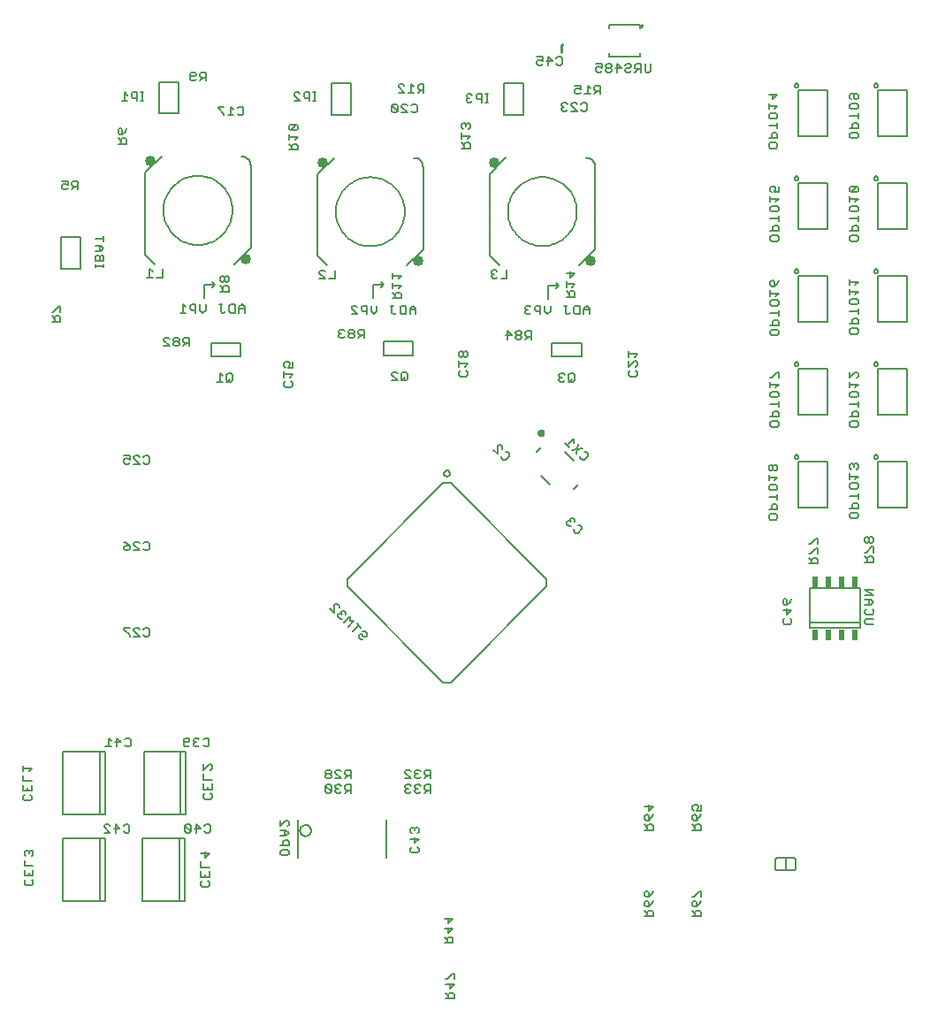
<source format=gbo>
G75*
G70*
%OFA0B0*%
%FSLAX24Y24*%
%IPPOS*%
%LPD*%
%AMOC8*
5,1,8,0,0,1.08239X$1,22.5*
%
%ADD10C,0.0080*%
%ADD11C,0.0100*%
%ADD12C,0.0401*%
%ADD13C,0.0050*%
%ADD14C,0.0060*%
%ADD15R,0.0193X0.0433*%
D10*
X008258Y007605D02*
X008258Y007712D01*
X008312Y007765D01*
X008258Y007920D02*
X008258Y008133D01*
X008258Y008288D02*
X008258Y008502D01*
X008312Y008656D02*
X008258Y008710D01*
X008258Y008816D01*
X008312Y008870D01*
X008365Y008870D01*
X008419Y008816D01*
X008419Y008763D01*
X008419Y008816D02*
X008472Y008870D01*
X008525Y008870D01*
X008579Y008816D01*
X008579Y008710D01*
X008525Y008656D01*
X008579Y008288D02*
X008258Y008288D01*
X008419Y008026D02*
X008419Y007920D01*
X008579Y007920D02*
X008258Y007920D01*
X008525Y007765D02*
X008579Y007712D01*
X008579Y007605D01*
X008525Y007551D01*
X008312Y007551D01*
X008258Y007605D01*
X008579Y007920D02*
X008579Y008133D01*
X008475Y010751D02*
X008262Y010751D01*
X008208Y010805D01*
X008208Y010912D01*
X008262Y010965D01*
X008208Y011120D02*
X008208Y011333D01*
X008208Y011488D02*
X008208Y011702D01*
X008208Y011856D02*
X008208Y012070D01*
X008208Y011963D02*
X008529Y011963D01*
X008422Y011856D01*
X008529Y011488D02*
X008208Y011488D01*
X008369Y011226D02*
X008369Y011120D01*
X008529Y011120D02*
X008208Y011120D01*
X008475Y010965D02*
X008529Y010912D01*
X008529Y010805D01*
X008475Y010751D01*
X008529Y011120D02*
X008529Y011333D01*
X011261Y009804D02*
X011315Y009858D01*
X011421Y009858D01*
X011475Y009804D01*
X011629Y009697D02*
X011843Y009697D01*
X011683Y009858D01*
X011683Y009537D01*
X011475Y009537D02*
X011261Y009751D01*
X011261Y009804D01*
X011261Y009537D02*
X011475Y009537D01*
X011998Y009591D02*
X012051Y009537D01*
X012158Y009537D01*
X012211Y009591D01*
X012211Y009804D01*
X012158Y009858D01*
X012051Y009858D01*
X011998Y009804D01*
X014311Y009804D02*
X014525Y009591D01*
X014471Y009537D01*
X014365Y009537D01*
X014311Y009591D01*
X014311Y009804D01*
X014365Y009858D01*
X014471Y009858D01*
X014525Y009804D01*
X014525Y009591D01*
X014679Y009697D02*
X014893Y009697D01*
X014733Y009858D01*
X014733Y009537D01*
X015048Y009591D02*
X015101Y009537D01*
X015208Y009537D01*
X015261Y009591D01*
X015261Y009804D01*
X015208Y009858D01*
X015101Y009858D01*
X015048Y009804D01*
X015069Y008820D02*
X015069Y008606D01*
X015229Y008766D01*
X014908Y008766D01*
X014908Y008452D02*
X014908Y008238D01*
X015229Y008238D01*
X015229Y008083D02*
X015229Y007870D01*
X014908Y007870D01*
X014908Y008083D01*
X015069Y007976D02*
X015069Y007870D01*
X015175Y007715D02*
X015229Y007662D01*
X015229Y007555D01*
X015175Y007501D01*
X014962Y007501D01*
X014908Y007555D01*
X014908Y007662D01*
X014962Y007715D01*
X017898Y008735D02*
X017898Y008841D01*
X017952Y008895D01*
X018165Y008895D01*
X018219Y008841D01*
X018219Y008735D01*
X018165Y008681D01*
X017952Y008681D01*
X017898Y008735D01*
X017898Y009050D02*
X018219Y009050D01*
X018219Y009210D01*
X018165Y009263D01*
X018058Y009263D01*
X018005Y009210D01*
X018005Y009050D01*
X018058Y009418D02*
X018058Y009631D01*
X018112Y009631D02*
X017898Y009631D01*
X017898Y009786D02*
X018112Y010000D01*
X018165Y010000D01*
X018219Y009946D01*
X018219Y009840D01*
X018165Y009786D01*
X018112Y009631D02*
X018219Y009525D01*
X018112Y009418D01*
X017898Y009418D01*
X017898Y009786D02*
X017898Y010000D01*
X019611Y011091D02*
X019665Y011037D01*
X019771Y011037D01*
X019825Y011091D01*
X019611Y011304D01*
X019611Y011091D01*
X019611Y011304D02*
X019665Y011358D01*
X019771Y011358D01*
X019825Y011304D01*
X019825Y011091D01*
X019979Y011091D02*
X020033Y011037D01*
X020140Y011037D01*
X020193Y011091D01*
X020086Y011197D02*
X020033Y011197D01*
X019979Y011144D01*
X019979Y011091D01*
X020033Y011197D02*
X019979Y011251D01*
X019979Y011304D01*
X020033Y011358D01*
X020140Y011358D01*
X020193Y011304D01*
X020348Y011304D02*
X020348Y011197D01*
X020401Y011144D01*
X020561Y011144D01*
X020455Y011144D02*
X020348Y011037D01*
X020561Y011037D02*
X020561Y011358D01*
X020401Y011358D01*
X020348Y011304D01*
X020348Y011587D02*
X020455Y011694D01*
X020401Y011694D02*
X020561Y011694D01*
X020561Y011587D02*
X020561Y011908D01*
X020401Y011908D01*
X020348Y011854D01*
X020348Y011747D01*
X020401Y011694D01*
X020193Y011587D02*
X019979Y011801D01*
X019979Y011854D01*
X020033Y011908D01*
X020140Y011908D01*
X020193Y011854D01*
X020193Y011587D02*
X019979Y011587D01*
X019825Y011641D02*
X019825Y011694D01*
X019771Y011747D01*
X019665Y011747D01*
X019611Y011694D01*
X019611Y011641D01*
X019665Y011587D01*
X019771Y011587D01*
X019825Y011641D01*
X019771Y011747D02*
X019825Y011801D01*
X019825Y011854D01*
X019771Y011908D01*
X019665Y011908D01*
X019611Y011854D01*
X019611Y011801D01*
X019665Y011747D01*
X022611Y011801D02*
X022611Y011854D01*
X022665Y011908D01*
X022771Y011908D01*
X022825Y011854D01*
X022979Y011854D02*
X022979Y011801D01*
X023033Y011747D01*
X022979Y011694D01*
X022979Y011641D01*
X023033Y011587D01*
X023140Y011587D01*
X023193Y011641D01*
X023086Y011747D02*
X023033Y011747D01*
X022979Y011854D02*
X023033Y011908D01*
X023140Y011908D01*
X023193Y011854D01*
X023348Y011854D02*
X023348Y011747D01*
X023401Y011694D01*
X023561Y011694D01*
X023455Y011694D02*
X023348Y011587D01*
X023561Y011587D02*
X023561Y011908D01*
X023401Y011908D01*
X023348Y011854D01*
X022825Y011587D02*
X022611Y011801D01*
X022611Y011587D02*
X022825Y011587D01*
X022771Y011358D02*
X022665Y011358D01*
X022611Y011304D01*
X022611Y011251D01*
X022665Y011197D01*
X022611Y011144D01*
X022611Y011091D01*
X022665Y011037D01*
X022771Y011037D01*
X022825Y011091D01*
X022718Y011197D02*
X022665Y011197D01*
X022825Y011304D02*
X022771Y011358D01*
X022979Y011304D02*
X022979Y011251D01*
X023033Y011197D01*
X022979Y011144D01*
X022979Y011091D01*
X023033Y011037D01*
X023140Y011037D01*
X023193Y011091D01*
X023086Y011197D02*
X023033Y011197D01*
X022979Y011304D02*
X023033Y011358D01*
X023140Y011358D01*
X023193Y011304D01*
X023348Y011304D02*
X023348Y011197D01*
X023401Y011144D01*
X023561Y011144D01*
X023455Y011144D02*
X023348Y011037D01*
X023561Y011037D02*
X023561Y011358D01*
X023401Y011358D01*
X023348Y011304D01*
X023073Y009732D02*
X023019Y009732D01*
X022966Y009678D01*
X022912Y009732D01*
X022859Y009732D01*
X022806Y009678D01*
X022806Y009572D01*
X022859Y009518D01*
X022966Y009625D02*
X022966Y009678D01*
X023073Y009732D02*
X023126Y009678D01*
X023126Y009572D01*
X023073Y009518D01*
X022966Y009364D02*
X022966Y009150D01*
X023126Y009310D01*
X022806Y009310D01*
X022859Y008995D02*
X022806Y008942D01*
X022806Y008835D01*
X022859Y008782D01*
X023073Y008782D01*
X023126Y008835D01*
X023126Y008942D01*
X023073Y008995D01*
X024086Y006284D02*
X024407Y006284D01*
X024246Y006124D01*
X024246Y006337D01*
X024246Y005969D02*
X024246Y005756D01*
X024407Y005916D01*
X024086Y005916D01*
X024086Y005601D02*
X024193Y005494D01*
X024193Y005547D02*
X024193Y005387D01*
X024086Y005387D02*
X024407Y005387D01*
X024407Y005547D01*
X024353Y005601D01*
X024246Y005601D01*
X024193Y005547D01*
X024403Y004237D02*
X024190Y004024D01*
X024136Y004024D01*
X024136Y003816D02*
X024457Y003816D01*
X024296Y003656D01*
X024296Y003869D01*
X024457Y004024D02*
X024457Y004237D01*
X024403Y004237D01*
X024403Y003501D02*
X024296Y003501D01*
X024243Y003447D01*
X024243Y003287D01*
X024136Y003287D02*
X024457Y003287D01*
X024457Y003447D01*
X024403Y003501D01*
X024243Y003394D02*
X024136Y003501D01*
X031636Y006387D02*
X031957Y006387D01*
X031957Y006547D01*
X031903Y006601D01*
X031796Y006601D01*
X031743Y006547D01*
X031743Y006387D01*
X031743Y006494D02*
X031636Y006601D01*
X031690Y006756D02*
X031636Y006809D01*
X031636Y006916D01*
X031690Y006969D01*
X031743Y006969D01*
X031796Y006916D01*
X031796Y006756D01*
X031690Y006756D01*
X031796Y006756D02*
X031903Y006862D01*
X031957Y006969D01*
X031796Y007124D02*
X031796Y007284D01*
X031743Y007337D01*
X031690Y007337D01*
X031636Y007284D01*
X031636Y007177D01*
X031690Y007124D01*
X031796Y007124D01*
X031903Y007231D01*
X031957Y007337D01*
X033436Y007124D02*
X033490Y007124D01*
X033703Y007337D01*
X033757Y007337D01*
X033757Y007124D01*
X033757Y006969D02*
X033703Y006862D01*
X033596Y006756D01*
X033596Y006916D01*
X033543Y006969D01*
X033490Y006969D01*
X033436Y006916D01*
X033436Y006809D01*
X033490Y006756D01*
X033596Y006756D01*
X033596Y006601D02*
X033543Y006547D01*
X033543Y006387D01*
X033436Y006387D02*
X033757Y006387D01*
X033757Y006547D01*
X033703Y006601D01*
X033596Y006601D01*
X033543Y006494D02*
X033436Y006601D01*
X033436Y009637D02*
X033757Y009637D01*
X033757Y009797D01*
X033703Y009851D01*
X033596Y009851D01*
X033543Y009797D01*
X033543Y009637D01*
X033543Y009744D02*
X033436Y009851D01*
X033490Y010006D02*
X033436Y010059D01*
X033436Y010166D01*
X033490Y010219D01*
X033543Y010219D01*
X033596Y010166D01*
X033596Y010006D01*
X033490Y010006D01*
X033596Y010006D02*
X033703Y010112D01*
X033757Y010219D01*
X033757Y010374D02*
X033596Y010374D01*
X033650Y010481D01*
X033650Y010534D01*
X033596Y010587D01*
X033490Y010587D01*
X033436Y010534D01*
X033436Y010427D01*
X033490Y010374D01*
X033757Y010374D02*
X033757Y010587D01*
X031957Y010534D02*
X031796Y010374D01*
X031796Y010587D01*
X031636Y010534D02*
X031957Y010534D01*
X031957Y010219D02*
X031903Y010112D01*
X031796Y010006D01*
X031796Y010166D01*
X031743Y010219D01*
X031690Y010219D01*
X031636Y010166D01*
X031636Y010059D01*
X031690Y010006D01*
X031796Y010006D01*
X031796Y009851D02*
X031743Y009797D01*
X031743Y009637D01*
X031636Y009637D02*
X031957Y009637D01*
X031957Y009797D01*
X031903Y009851D01*
X031796Y009851D01*
X031743Y009744D02*
X031636Y009851D01*
X037864Y017254D02*
X039754Y017254D01*
X039754Y017450D01*
X037864Y017450D01*
X037864Y017254D01*
X037864Y017450D02*
X037864Y018750D01*
X039754Y018750D01*
X039754Y017450D01*
X039949Y017445D02*
X039949Y017552D01*
X040003Y017605D01*
X040270Y017605D01*
X040216Y017760D02*
X040003Y017760D01*
X039949Y017813D01*
X039949Y017920D01*
X040003Y017973D01*
X039949Y018128D02*
X040163Y018128D01*
X040270Y018235D01*
X040163Y018342D01*
X039949Y018342D01*
X039949Y018497D02*
X040270Y018497D01*
X039949Y018710D01*
X040270Y018710D01*
X040109Y018342D02*
X040109Y018128D01*
X040216Y017973D02*
X040270Y017920D01*
X040270Y017813D01*
X040216Y017760D01*
X040270Y017392D02*
X040003Y017392D01*
X039949Y017445D01*
X039935Y019738D02*
X040255Y019738D01*
X040255Y019898D01*
X040202Y019951D01*
X040095Y019951D01*
X040042Y019898D01*
X040042Y019738D01*
X040042Y019845D02*
X039935Y019951D01*
X039935Y020106D02*
X039989Y020106D01*
X040202Y020320D01*
X040255Y020320D01*
X040255Y020106D01*
X040202Y020474D02*
X040149Y020474D01*
X040095Y020528D01*
X040095Y020635D01*
X040042Y020688D01*
X039989Y020688D01*
X039935Y020635D01*
X039935Y020528D01*
X039989Y020474D01*
X040042Y020474D01*
X040095Y020528D01*
X040095Y020635D02*
X040149Y020688D01*
X040202Y020688D01*
X040255Y020635D01*
X040255Y020528D01*
X040202Y020474D01*
X039634Y021393D02*
X039420Y021393D01*
X039367Y021447D01*
X039367Y021554D01*
X039420Y021607D01*
X039634Y021607D01*
X039687Y021554D01*
X039687Y021447D01*
X039634Y021393D01*
X039687Y021762D02*
X039367Y021762D01*
X039474Y021762D02*
X039474Y021922D01*
X039527Y021975D01*
X039634Y021975D01*
X039687Y021922D01*
X039687Y021762D01*
X039687Y022130D02*
X039687Y022344D01*
X039687Y022237D02*
X039367Y022237D01*
X039420Y022498D02*
X039367Y022552D01*
X039367Y022659D01*
X039420Y022712D01*
X039634Y022712D01*
X039687Y022659D01*
X039687Y022552D01*
X039634Y022498D01*
X039420Y022498D01*
X039367Y022867D02*
X039367Y023080D01*
X039367Y022974D02*
X039687Y022974D01*
X039581Y022867D01*
X039634Y023235D02*
X039687Y023288D01*
X039687Y023395D01*
X039634Y023449D01*
X039581Y023449D01*
X039527Y023395D01*
X039474Y023449D01*
X039420Y023449D01*
X039367Y023395D01*
X039367Y023288D01*
X039420Y023235D01*
X039527Y023342D02*
X039527Y023395D01*
X039420Y024843D02*
X039367Y024897D01*
X039367Y025004D01*
X039420Y025057D01*
X039634Y025057D01*
X039687Y025004D01*
X039687Y024897D01*
X039634Y024843D01*
X039420Y024843D01*
X039367Y025212D02*
X039687Y025212D01*
X039687Y025372D01*
X039634Y025425D01*
X039527Y025425D01*
X039474Y025372D01*
X039474Y025212D01*
X039687Y025580D02*
X039687Y025794D01*
X039687Y025687D02*
X039367Y025687D01*
X039420Y025948D02*
X039367Y026002D01*
X039367Y026109D01*
X039420Y026162D01*
X039634Y026162D01*
X039687Y026109D01*
X039687Y026002D01*
X039634Y025948D01*
X039420Y025948D01*
X039367Y026317D02*
X039367Y026530D01*
X039367Y026424D02*
X039687Y026424D01*
X039581Y026317D01*
X039634Y026685D02*
X039687Y026738D01*
X039687Y026845D01*
X039634Y026899D01*
X039581Y026899D01*
X039367Y026685D01*
X039367Y026899D01*
X039420Y028343D02*
X039367Y028397D01*
X039367Y028504D01*
X039420Y028557D01*
X039634Y028557D01*
X039687Y028504D01*
X039687Y028397D01*
X039634Y028343D01*
X039420Y028343D01*
X039367Y028712D02*
X039687Y028712D01*
X039687Y028872D01*
X039634Y028925D01*
X039527Y028925D01*
X039474Y028872D01*
X039474Y028712D01*
X039687Y029080D02*
X039687Y029294D01*
X039687Y029187D02*
X039367Y029187D01*
X039420Y029448D02*
X039367Y029502D01*
X039367Y029609D01*
X039420Y029662D01*
X039634Y029662D01*
X039687Y029609D01*
X039687Y029502D01*
X039634Y029448D01*
X039420Y029448D01*
X039367Y029817D02*
X039367Y030030D01*
X039367Y029924D02*
X039687Y029924D01*
X039581Y029817D01*
X039581Y030185D02*
X039687Y030292D01*
X039367Y030292D01*
X039367Y030185D02*
X039367Y030399D01*
X039420Y031843D02*
X039367Y031897D01*
X039367Y032004D01*
X039420Y032057D01*
X039634Y032057D01*
X039687Y032004D01*
X039687Y031897D01*
X039634Y031843D01*
X039420Y031843D01*
X039367Y032212D02*
X039687Y032212D01*
X039687Y032372D01*
X039634Y032425D01*
X039527Y032425D01*
X039474Y032372D01*
X039474Y032212D01*
X039687Y032580D02*
X039687Y032794D01*
X039687Y032687D02*
X039367Y032687D01*
X039420Y032948D02*
X039367Y033002D01*
X039367Y033109D01*
X039420Y033162D01*
X039634Y033162D01*
X039687Y033109D01*
X039687Y033002D01*
X039634Y032948D01*
X039420Y032948D01*
X039367Y033317D02*
X039367Y033530D01*
X039367Y033424D02*
X039687Y033424D01*
X039581Y033317D01*
X039634Y033685D02*
X039687Y033738D01*
X039687Y033845D01*
X039634Y033899D01*
X039420Y033685D01*
X039367Y033738D01*
X039367Y033845D01*
X039420Y033899D01*
X039634Y033899D01*
X039634Y033685D02*
X039420Y033685D01*
X039420Y035712D02*
X039367Y035765D01*
X039367Y035872D01*
X039420Y035925D01*
X039634Y035925D01*
X039687Y035872D01*
X039687Y035765D01*
X039634Y035712D01*
X039420Y035712D01*
X039367Y036080D02*
X039687Y036080D01*
X039687Y036240D01*
X039634Y036294D01*
X039527Y036294D01*
X039474Y036240D01*
X039474Y036080D01*
X039687Y036448D02*
X039687Y036662D01*
X039687Y036555D02*
X039367Y036555D01*
X039420Y036817D02*
X039367Y036870D01*
X039367Y036977D01*
X039420Y037030D01*
X039634Y037030D01*
X039687Y036977D01*
X039687Y036870D01*
X039634Y036817D01*
X039420Y036817D01*
X039420Y037185D02*
X039367Y037238D01*
X039367Y037345D01*
X039420Y037399D01*
X039634Y037399D01*
X039687Y037345D01*
X039687Y037238D01*
X039634Y037185D01*
X039581Y037185D01*
X039527Y037238D01*
X039527Y037399D01*
X036637Y037345D02*
X036477Y037185D01*
X036477Y037399D01*
X036317Y037345D02*
X036637Y037345D01*
X036637Y036924D02*
X036317Y036924D01*
X036317Y037030D02*
X036317Y036817D01*
X036370Y036662D02*
X036584Y036662D01*
X036637Y036609D01*
X036637Y036502D01*
X036584Y036448D01*
X036370Y036448D01*
X036317Y036502D01*
X036317Y036609D01*
X036370Y036662D01*
X036531Y036817D02*
X036637Y036924D01*
X036637Y036294D02*
X036637Y036080D01*
X036637Y036187D02*
X036317Y036187D01*
X036477Y035925D02*
X036424Y035872D01*
X036424Y035712D01*
X036317Y035712D02*
X036637Y035712D01*
X036637Y035872D01*
X036584Y035925D01*
X036477Y035925D01*
X036370Y035557D02*
X036584Y035557D01*
X036637Y035504D01*
X036637Y035397D01*
X036584Y035343D01*
X036370Y035343D01*
X036317Y035397D01*
X036317Y035504D01*
X036370Y035557D01*
X036420Y033899D02*
X036367Y033845D01*
X036367Y033738D01*
X036420Y033685D01*
X036527Y033685D02*
X036581Y033792D01*
X036581Y033845D01*
X036527Y033899D01*
X036420Y033899D01*
X036527Y033685D02*
X036687Y033685D01*
X036687Y033899D01*
X036687Y033424D02*
X036367Y033424D01*
X036367Y033530D02*
X036367Y033317D01*
X036420Y033162D02*
X036634Y033162D01*
X036687Y033109D01*
X036687Y033002D01*
X036634Y032948D01*
X036420Y032948D01*
X036367Y033002D01*
X036367Y033109D01*
X036420Y033162D01*
X036581Y033317D02*
X036687Y033424D01*
X036687Y032794D02*
X036687Y032580D01*
X036687Y032687D02*
X036367Y032687D01*
X036527Y032425D02*
X036474Y032372D01*
X036474Y032212D01*
X036367Y032212D02*
X036687Y032212D01*
X036687Y032372D01*
X036634Y032425D01*
X036527Y032425D01*
X036420Y032057D02*
X036634Y032057D01*
X036687Y032004D01*
X036687Y031897D01*
X036634Y031843D01*
X036420Y031843D01*
X036367Y031897D01*
X036367Y032004D01*
X036420Y032057D01*
X036420Y030349D02*
X036474Y030349D01*
X036527Y030295D01*
X036527Y030135D01*
X036420Y030135D01*
X036367Y030188D01*
X036367Y030295D01*
X036420Y030349D01*
X036634Y030242D02*
X036527Y030135D01*
X036634Y030242D02*
X036687Y030349D01*
X036687Y029874D02*
X036367Y029874D01*
X036367Y029980D02*
X036367Y029767D01*
X036420Y029612D02*
X036634Y029612D01*
X036687Y029559D01*
X036687Y029452D01*
X036634Y029398D01*
X036420Y029398D01*
X036367Y029452D01*
X036367Y029559D01*
X036420Y029612D01*
X036581Y029767D02*
X036687Y029874D01*
X036687Y029244D02*
X036687Y029030D01*
X036687Y029137D02*
X036367Y029137D01*
X036527Y028875D02*
X036474Y028822D01*
X036474Y028662D01*
X036367Y028662D02*
X036687Y028662D01*
X036687Y028822D01*
X036634Y028875D01*
X036527Y028875D01*
X036420Y028507D02*
X036634Y028507D01*
X036687Y028454D01*
X036687Y028347D01*
X036634Y028293D01*
X036420Y028293D01*
X036367Y028347D01*
X036367Y028454D01*
X036420Y028507D01*
X036634Y026899D02*
X036420Y026685D01*
X036367Y026685D01*
X036367Y026530D02*
X036367Y026317D01*
X036367Y026424D02*
X036687Y026424D01*
X036581Y026317D01*
X036634Y026162D02*
X036687Y026109D01*
X036687Y026002D01*
X036634Y025948D01*
X036420Y025948D01*
X036367Y026002D01*
X036367Y026109D01*
X036420Y026162D01*
X036634Y026162D01*
X036687Y025794D02*
X036687Y025580D01*
X036687Y025687D02*
X036367Y025687D01*
X036527Y025425D02*
X036474Y025372D01*
X036474Y025212D01*
X036367Y025212D02*
X036687Y025212D01*
X036687Y025372D01*
X036634Y025425D01*
X036527Y025425D01*
X036420Y025057D02*
X036634Y025057D01*
X036687Y025004D01*
X036687Y024897D01*
X036634Y024843D01*
X036420Y024843D01*
X036367Y024897D01*
X036367Y025004D01*
X036420Y025057D01*
X036424Y023399D02*
X036370Y023399D01*
X036317Y023345D01*
X036317Y023238D01*
X036370Y023185D01*
X036424Y023185D01*
X036477Y023238D01*
X036477Y023345D01*
X036424Y023399D01*
X036477Y023345D02*
X036531Y023399D01*
X036584Y023399D01*
X036637Y023345D01*
X036637Y023238D01*
X036584Y023185D01*
X036531Y023185D01*
X036477Y023238D01*
X036317Y023030D02*
X036317Y022817D01*
X036317Y022924D02*
X036637Y022924D01*
X036531Y022817D01*
X036584Y022662D02*
X036637Y022609D01*
X036637Y022502D01*
X036584Y022448D01*
X036370Y022448D01*
X036317Y022502D01*
X036317Y022609D01*
X036370Y022662D01*
X036584Y022662D01*
X036637Y022294D02*
X036637Y022080D01*
X036637Y022187D02*
X036317Y022187D01*
X036477Y021925D02*
X036424Y021872D01*
X036424Y021712D01*
X036317Y021712D02*
X036637Y021712D01*
X036637Y021872D01*
X036584Y021925D01*
X036477Y021925D01*
X036370Y021557D02*
X036584Y021557D01*
X036637Y021504D01*
X036637Y021397D01*
X036584Y021343D01*
X036370Y021343D01*
X036317Y021397D01*
X036317Y021504D01*
X036370Y021557D01*
X037836Y020419D02*
X037890Y020419D01*
X038103Y020632D01*
X038157Y020632D01*
X038157Y020419D01*
X038157Y020264D02*
X038103Y020264D01*
X037890Y020051D01*
X037836Y020051D01*
X037836Y019896D02*
X037943Y019789D01*
X037943Y019842D02*
X037943Y019682D01*
X037836Y019682D02*
X038157Y019682D01*
X038157Y019842D01*
X038103Y019896D01*
X037996Y019896D01*
X037943Y019842D01*
X038157Y020051D02*
X038157Y020264D01*
X037174Y018351D02*
X037121Y018244D01*
X037014Y018137D01*
X037014Y018298D01*
X036960Y018351D01*
X036907Y018351D01*
X036854Y018298D01*
X036854Y018191D01*
X036907Y018137D01*
X037014Y018137D01*
X037014Y017983D02*
X037014Y017769D01*
X037174Y017929D01*
X036854Y017929D01*
X036907Y017614D02*
X036854Y017561D01*
X036854Y017454D01*
X036907Y017401D01*
X037121Y017401D01*
X037174Y017454D01*
X037174Y017561D01*
X037121Y017614D01*
X029270Y020989D02*
X029119Y020838D01*
X029043Y020838D01*
X028968Y020913D01*
X028968Y020989D01*
X028858Y021098D02*
X028783Y021098D01*
X028707Y021174D01*
X028707Y021249D01*
X028745Y021287D01*
X028820Y021287D01*
X028858Y021249D01*
X028820Y021287D02*
X028820Y021362D01*
X028858Y021400D01*
X028934Y021400D01*
X029009Y021325D01*
X029009Y021249D01*
X029119Y021140D02*
X029194Y021140D01*
X029270Y021064D01*
X029270Y020989D01*
X028972Y022489D02*
X029139Y022656D01*
X028972Y023547D02*
X028638Y023881D01*
X028800Y024077D02*
X028649Y024228D01*
X028724Y024152D02*
X028951Y024379D01*
X028951Y024228D01*
X029136Y024194D02*
X029060Y023816D01*
X029208Y023744D02*
X029208Y023669D01*
X029283Y023594D01*
X029359Y023594D01*
X029509Y023744D01*
X029509Y023820D01*
X029434Y023895D01*
X029359Y023895D01*
X029287Y024043D02*
X028909Y023967D01*
X027747Y024048D02*
X027580Y023881D01*
X027747Y022990D02*
X028081Y022656D01*
X026539Y023743D02*
X026388Y023592D01*
X026312Y023592D01*
X026237Y023667D01*
X026237Y023743D01*
X026089Y023814D02*
X026089Y024116D01*
X026127Y024154D01*
X026203Y024154D01*
X026278Y024078D01*
X026278Y024003D01*
X026388Y023894D02*
X026463Y023894D01*
X026539Y023818D01*
X026539Y023743D01*
X026089Y023814D02*
X025938Y023965D01*
X024903Y026737D02*
X024690Y026737D01*
X024636Y026791D01*
X024636Y026897D01*
X024690Y026951D01*
X024636Y027106D02*
X024636Y027319D01*
X024636Y027212D02*
X024957Y027212D01*
X024850Y027106D01*
X024903Y026951D02*
X024957Y026897D01*
X024957Y026791D01*
X024903Y026737D01*
X024903Y027474D02*
X024850Y027474D01*
X024796Y027527D01*
X024796Y027634D01*
X024743Y027687D01*
X024690Y027687D01*
X024636Y027634D01*
X024636Y027527D01*
X024690Y027474D01*
X024743Y027474D01*
X024796Y027527D01*
X024796Y027634D02*
X024850Y027687D01*
X024903Y027687D01*
X024957Y027634D01*
X024957Y027527D01*
X024903Y027474D01*
X026460Y028137D02*
X026460Y028458D01*
X026620Y028297D01*
X026406Y028297D01*
X026774Y028244D02*
X026774Y028191D01*
X026828Y028137D01*
X026935Y028137D01*
X026988Y028191D01*
X026988Y028244D01*
X026935Y028297D01*
X026828Y028297D01*
X026774Y028244D01*
X026828Y028297D02*
X026774Y028351D01*
X026774Y028404D01*
X026828Y028458D01*
X026935Y028458D01*
X026988Y028404D01*
X026988Y028351D01*
X026935Y028297D01*
X027143Y028297D02*
X027196Y028244D01*
X027356Y028244D01*
X027250Y028244D02*
X027143Y028137D01*
X027143Y028297D02*
X027143Y028404D01*
X027196Y028458D01*
X027356Y028458D01*
X027356Y028137D01*
X027293Y029087D02*
X027346Y029141D01*
X027293Y029087D02*
X027186Y029087D01*
X027133Y029141D01*
X027133Y029194D01*
X027186Y029247D01*
X027240Y029247D01*
X027186Y029247D02*
X027133Y029301D01*
X027133Y029354D01*
X027186Y029408D01*
X027293Y029408D01*
X027346Y029354D01*
X027501Y029354D02*
X027501Y029247D01*
X027555Y029194D01*
X027715Y029194D01*
X027715Y029087D02*
X027715Y029408D01*
X027555Y029408D01*
X027501Y029354D01*
X027870Y029408D02*
X027870Y029194D01*
X027976Y029087D01*
X028083Y029194D01*
X028083Y029408D01*
X027996Y029647D02*
X027996Y030147D01*
X028346Y030147D01*
X028396Y030147D02*
X028296Y030047D01*
X028396Y030147D02*
X028296Y030247D01*
X028686Y030212D02*
X029007Y030212D01*
X028900Y030106D01*
X028953Y029951D02*
X028846Y029951D01*
X028793Y029897D01*
X028793Y029737D01*
X028686Y029737D02*
X029007Y029737D01*
X029007Y029897D01*
X028953Y029951D01*
X028793Y029844D02*
X028686Y029951D01*
X028686Y030106D02*
X028686Y030319D01*
X028846Y030474D02*
X028846Y030687D01*
X028686Y030634D02*
X029007Y030634D01*
X028846Y030474D01*
X029164Y030923D02*
X029772Y031531D01*
X029772Y034643D01*
X029771Y034643D02*
X029769Y034678D01*
X029764Y034713D01*
X029755Y034747D01*
X029742Y034779D01*
X029726Y034810D01*
X029707Y034840D01*
X029685Y034867D01*
X029660Y034892D01*
X029633Y034914D01*
X029603Y034933D01*
X029572Y034949D01*
X029540Y034962D01*
X029506Y034971D01*
X029471Y034976D01*
X029436Y034978D01*
X029403Y036737D02*
X029296Y036737D01*
X029243Y036791D01*
X029088Y036737D02*
X028874Y036951D01*
X028874Y037004D01*
X028928Y037058D01*
X029035Y037058D01*
X029088Y037004D01*
X029243Y037004D02*
X029296Y037058D01*
X029403Y037058D01*
X029456Y037004D01*
X029456Y036791D01*
X029403Y036737D01*
X029088Y036737D02*
X028874Y036737D01*
X028720Y036791D02*
X028666Y036737D01*
X028560Y036737D01*
X028506Y036791D01*
X028506Y036844D01*
X028560Y036897D01*
X028613Y036897D01*
X028560Y036897D02*
X028506Y036951D01*
X028506Y037004D01*
X028560Y037058D01*
X028666Y037058D01*
X028720Y037004D01*
X029065Y037387D02*
X029171Y037387D01*
X029225Y037441D01*
X029225Y037547D02*
X029118Y037601D01*
X029065Y037601D01*
X029011Y037547D01*
X029011Y037441D01*
X029065Y037387D01*
X029225Y037547D02*
X029225Y037708D01*
X029011Y037708D01*
X029486Y037708D02*
X029486Y037387D01*
X029593Y037387D02*
X029379Y037387D01*
X029593Y037601D02*
X029486Y037708D01*
X029748Y037654D02*
X029748Y037547D01*
X029801Y037494D01*
X029961Y037494D01*
X029855Y037494D02*
X029748Y037387D01*
X029961Y037387D02*
X029961Y037708D01*
X029801Y037708D01*
X029748Y037654D01*
X029862Y038207D02*
X029968Y038207D01*
X030022Y038260D01*
X030022Y038367D02*
X029915Y038420D01*
X029862Y038420D01*
X029808Y038367D01*
X029808Y038260D01*
X029862Y038207D01*
X030022Y038367D02*
X030022Y038527D01*
X029808Y038527D01*
X030177Y038473D02*
X030177Y038420D01*
X030230Y038367D01*
X030337Y038367D01*
X030390Y038420D01*
X030390Y038473D01*
X030337Y038527D01*
X030230Y038527D01*
X030177Y038473D01*
X030230Y038367D02*
X030177Y038313D01*
X030177Y038260D01*
X030230Y038207D01*
X030337Y038207D01*
X030390Y038260D01*
X030390Y038313D01*
X030337Y038367D01*
X030545Y038367D02*
X030758Y038367D01*
X030598Y038527D01*
X030598Y038207D01*
X030913Y038260D02*
X030967Y038207D01*
X031073Y038207D01*
X031127Y038260D01*
X031073Y038367D02*
X030967Y038367D01*
X030913Y038313D01*
X030913Y038260D01*
X031073Y038367D02*
X031127Y038420D01*
X031127Y038473D01*
X031073Y038527D01*
X030967Y038527D01*
X030913Y038473D01*
X031282Y038473D02*
X031282Y038367D01*
X031335Y038313D01*
X031495Y038313D01*
X031495Y038207D02*
X031495Y038527D01*
X031335Y038527D01*
X031282Y038473D01*
X031388Y038313D02*
X031282Y038207D01*
X031650Y038260D02*
X031650Y038527D01*
X031863Y038527D02*
X031863Y038260D01*
X031810Y038207D01*
X031703Y038207D01*
X031650Y038260D01*
X028527Y038516D02*
X028473Y038463D01*
X028367Y038463D01*
X028313Y038516D01*
X028158Y038623D02*
X027945Y038623D01*
X027790Y038623D02*
X027683Y038676D01*
X027630Y038676D01*
X027577Y038623D01*
X027577Y038516D01*
X027630Y038463D01*
X027737Y038463D01*
X027790Y038516D01*
X027790Y038623D02*
X027790Y038783D01*
X027577Y038783D01*
X027998Y038783D02*
X027998Y038463D01*
X028158Y038623D02*
X027998Y038783D01*
X028313Y038730D02*
X028367Y038783D01*
X028473Y038783D01*
X028527Y038730D01*
X028527Y038516D01*
X025747Y037395D02*
X025640Y037395D01*
X025693Y037395D02*
X025693Y037075D01*
X025640Y037075D02*
X025747Y037075D01*
X025501Y037075D02*
X025501Y037395D01*
X025341Y037395D01*
X025288Y037342D01*
X025288Y037235D01*
X025341Y037181D01*
X025501Y037181D01*
X025133Y037128D02*
X025080Y037075D01*
X024973Y037075D01*
X024920Y037128D01*
X024920Y037181D01*
X024973Y037235D01*
X025026Y037235D01*
X024973Y037235D02*
X024920Y037288D01*
X024920Y037342D01*
X024973Y037395D01*
X025080Y037395D01*
X025133Y037342D01*
X025003Y036282D02*
X024950Y036282D01*
X024896Y036229D01*
X024843Y036282D01*
X024790Y036282D01*
X024736Y036229D01*
X024736Y036122D01*
X024790Y036069D01*
X024896Y036176D02*
X024896Y036229D01*
X025003Y036282D02*
X025057Y036229D01*
X025057Y036122D01*
X025003Y036069D01*
X025057Y035807D02*
X024736Y035807D01*
X024736Y035701D02*
X024736Y035914D01*
X024950Y035701D02*
X025057Y035807D01*
X025003Y035546D02*
X024896Y035546D01*
X024843Y035492D01*
X024843Y035332D01*
X024736Y035332D02*
X025057Y035332D01*
X025057Y035492D01*
X025003Y035546D01*
X024843Y035439D02*
X024736Y035546D01*
X025795Y034370D02*
X025795Y031285D01*
X026157Y030923D01*
X026022Y030745D02*
X025916Y030745D01*
X025862Y030691D01*
X025862Y030638D01*
X025916Y030584D01*
X025862Y030531D01*
X025862Y030478D01*
X025916Y030424D01*
X026022Y030424D01*
X026076Y030478D01*
X025969Y030584D02*
X025916Y030584D01*
X026076Y030691D02*
X026022Y030745D01*
X026231Y030424D02*
X026444Y030424D01*
X026444Y030745D01*
X028606Y029408D02*
X028713Y029408D01*
X028660Y029408D02*
X028660Y029141D01*
X028713Y029087D01*
X028766Y029087D01*
X028820Y029141D01*
X028974Y029141D02*
X028974Y029354D01*
X029028Y029408D01*
X029188Y029408D01*
X029188Y029087D01*
X029028Y029087D01*
X028974Y029141D01*
X029343Y029087D02*
X029343Y029301D01*
X029450Y029408D01*
X029556Y029301D01*
X029556Y029087D01*
X029556Y029247D02*
X029343Y029247D01*
X031036Y027687D02*
X031036Y027474D01*
X031036Y027581D02*
X031357Y027581D01*
X031250Y027474D01*
X031250Y027319D02*
X031303Y027319D01*
X031357Y027266D01*
X031357Y027159D01*
X031303Y027106D01*
X031303Y026951D02*
X031357Y026897D01*
X031357Y026791D01*
X031303Y026737D01*
X031090Y026737D01*
X031036Y026791D01*
X031036Y026897D01*
X031090Y026951D01*
X031036Y027106D02*
X031250Y027319D01*
X031036Y027319D02*
X031036Y027106D01*
X028993Y026804D02*
X028940Y026858D01*
X028833Y026858D01*
X028779Y026804D01*
X028779Y026591D01*
X028833Y026537D01*
X028940Y026537D01*
X028993Y026591D01*
X028993Y026804D01*
X028886Y026644D02*
X028779Y026537D01*
X028625Y026591D02*
X028571Y026537D01*
X028465Y026537D01*
X028411Y026591D01*
X028411Y026644D01*
X028465Y026697D01*
X028518Y026697D01*
X028465Y026697D02*
X028411Y026751D01*
X028411Y026804D01*
X028465Y026858D01*
X028571Y026858D01*
X028625Y026804D01*
X023006Y029087D02*
X023006Y029301D01*
X022900Y029408D01*
X022793Y029301D01*
X022793Y029087D01*
X022638Y029087D02*
X022478Y029087D01*
X022424Y029141D01*
X022424Y029354D01*
X022478Y029408D01*
X022638Y029408D01*
X022638Y029087D01*
X022793Y029247D02*
X023006Y029247D01*
X022457Y029687D02*
X022457Y029847D01*
X022403Y029901D01*
X022296Y029901D01*
X022243Y029847D01*
X022243Y029687D01*
X022136Y029687D02*
X022457Y029687D01*
X022243Y029794D02*
X022136Y029901D01*
X022136Y030056D02*
X022136Y030269D01*
X022136Y030162D02*
X022457Y030162D01*
X022350Y030056D01*
X022350Y030424D02*
X022457Y030531D01*
X022136Y030531D01*
X022136Y030637D02*
X022136Y030424D01*
X021796Y030197D02*
X021696Y030097D01*
X021746Y030197D02*
X021396Y030197D01*
X021396Y029697D01*
X021320Y029408D02*
X021320Y029194D01*
X021426Y029087D01*
X021533Y029194D01*
X021533Y029408D01*
X021165Y029408D02*
X021165Y029087D01*
X021165Y029194D02*
X021005Y029194D01*
X020951Y029247D01*
X020951Y029354D01*
X021005Y029408D01*
X021165Y029408D01*
X020796Y029354D02*
X020743Y029408D01*
X020636Y029408D01*
X020583Y029354D01*
X020583Y029301D01*
X020796Y029087D01*
X020583Y029087D01*
X020635Y028508D02*
X020528Y028508D01*
X020474Y028454D01*
X020474Y028401D01*
X020528Y028347D01*
X020635Y028347D01*
X020688Y028401D01*
X020688Y028454D01*
X020635Y028508D01*
X020635Y028347D02*
X020688Y028294D01*
X020688Y028241D01*
X020635Y028187D01*
X020528Y028187D01*
X020474Y028241D01*
X020474Y028294D01*
X020528Y028347D01*
X020320Y028241D02*
X020266Y028187D01*
X020160Y028187D01*
X020106Y028241D01*
X020106Y028294D01*
X020160Y028347D01*
X020213Y028347D01*
X020160Y028347D02*
X020106Y028401D01*
X020106Y028454D01*
X020160Y028508D01*
X020266Y028508D01*
X020320Y028454D01*
X020843Y028454D02*
X020843Y028347D01*
X020896Y028294D01*
X021056Y028294D01*
X020950Y028294D02*
X020843Y028187D01*
X021056Y028187D02*
X021056Y028508D01*
X020896Y028508D01*
X020843Y028454D01*
X022110Y029141D02*
X022110Y029408D01*
X022163Y029408D02*
X022056Y029408D01*
X022110Y029141D02*
X022163Y029087D01*
X022216Y029087D01*
X022270Y029141D01*
X021796Y030197D02*
X021696Y030297D01*
X022677Y030920D02*
X023285Y031528D01*
X023285Y034640D01*
X023284Y034640D02*
X023282Y034675D01*
X023277Y034710D01*
X023268Y034744D01*
X023255Y034776D01*
X023239Y034807D01*
X023220Y034837D01*
X023198Y034864D01*
X023173Y034889D01*
X023146Y034911D01*
X023116Y034930D01*
X023085Y034946D01*
X023053Y034959D01*
X023019Y034968D01*
X022984Y034973D01*
X022949Y034975D01*
X022896Y036687D02*
X022843Y036741D01*
X022896Y036687D02*
X023003Y036687D01*
X023056Y036741D01*
X023056Y036954D01*
X023003Y037008D01*
X022896Y037008D01*
X022843Y036954D01*
X022688Y036954D02*
X022635Y037008D01*
X022528Y037008D01*
X022474Y036954D01*
X022474Y036901D01*
X022688Y036687D01*
X022474Y036687D01*
X022320Y036741D02*
X022106Y036954D01*
X022106Y036741D01*
X022160Y036687D01*
X022266Y036687D01*
X022320Y036741D01*
X022320Y036954D01*
X022266Y037008D01*
X022160Y037008D01*
X022106Y036954D01*
X022361Y037437D02*
X022575Y037437D01*
X022361Y037651D01*
X022361Y037704D01*
X022415Y037758D01*
X022521Y037758D01*
X022575Y037704D01*
X022836Y037758D02*
X022836Y037437D01*
X022943Y037437D02*
X022729Y037437D01*
X022943Y037651D02*
X022836Y037758D01*
X023098Y037704D02*
X023098Y037597D01*
X023151Y037544D01*
X023311Y037544D01*
X023205Y037544D02*
X023098Y037437D01*
X023311Y037437D02*
X023311Y037758D01*
X023151Y037758D01*
X023098Y037704D01*
X019916Y034975D02*
X019308Y034367D01*
X019308Y031282D01*
X019670Y030920D01*
X019535Y030741D02*
X019589Y030688D01*
X019535Y030741D02*
X019429Y030741D01*
X019375Y030688D01*
X019375Y030634D01*
X019589Y030421D01*
X019375Y030421D01*
X019744Y030421D02*
X019957Y030421D01*
X019957Y030741D01*
X019997Y032947D02*
X019999Y033019D01*
X020005Y033090D01*
X020015Y033161D01*
X020028Y033231D01*
X020046Y033300D01*
X020067Y033369D01*
X020092Y033436D01*
X020121Y033501D01*
X020154Y033565D01*
X020189Y033627D01*
X020229Y033687D01*
X020271Y033745D01*
X020316Y033800D01*
X020365Y033853D01*
X020416Y033903D01*
X020470Y033950D01*
X020527Y033994D01*
X020586Y034034D01*
X020646Y034072D01*
X020709Y034106D01*
X020774Y034137D01*
X020841Y034164D01*
X020908Y034187D01*
X020977Y034206D01*
X021047Y034222D01*
X021118Y034234D01*
X021189Y034242D01*
X021260Y034246D01*
X021332Y034246D01*
X021403Y034242D01*
X021474Y034234D01*
X021545Y034222D01*
X021615Y034206D01*
X021684Y034187D01*
X021751Y034164D01*
X021818Y034137D01*
X021883Y034106D01*
X021945Y034072D01*
X022006Y034034D01*
X022065Y033994D01*
X022122Y033950D01*
X022176Y033903D01*
X022227Y033853D01*
X022276Y033800D01*
X022321Y033745D01*
X022363Y033687D01*
X022403Y033627D01*
X022438Y033565D01*
X022471Y033501D01*
X022500Y033436D01*
X022525Y033369D01*
X022546Y033300D01*
X022564Y033231D01*
X022577Y033161D01*
X022587Y033090D01*
X022593Y033019D01*
X022595Y032947D01*
X022593Y032875D01*
X022587Y032804D01*
X022577Y032733D01*
X022564Y032663D01*
X022546Y032594D01*
X022525Y032525D01*
X022500Y032458D01*
X022471Y032393D01*
X022438Y032329D01*
X022403Y032267D01*
X022363Y032207D01*
X022321Y032149D01*
X022276Y032094D01*
X022227Y032041D01*
X022176Y031991D01*
X022122Y031944D01*
X022065Y031900D01*
X022006Y031860D01*
X021946Y031822D01*
X021883Y031788D01*
X021818Y031757D01*
X021751Y031730D01*
X021684Y031707D01*
X021615Y031688D01*
X021545Y031672D01*
X021474Y031660D01*
X021403Y031652D01*
X021332Y031648D01*
X021260Y031648D01*
X021189Y031652D01*
X021118Y031660D01*
X021047Y031672D01*
X020977Y031688D01*
X020908Y031707D01*
X020841Y031730D01*
X020774Y031757D01*
X020709Y031788D01*
X020646Y031822D01*
X020586Y031860D01*
X020527Y031900D01*
X020470Y031944D01*
X020416Y031991D01*
X020365Y032041D01*
X020316Y032094D01*
X020271Y032149D01*
X020229Y032207D01*
X020189Y032267D01*
X020154Y032329D01*
X020121Y032393D01*
X020092Y032458D01*
X020067Y032525D01*
X020046Y032594D01*
X020028Y032663D01*
X020015Y032733D01*
X020005Y032804D01*
X019999Y032875D01*
X019997Y032947D01*
X018557Y035282D02*
X018557Y035442D01*
X018503Y035496D01*
X018396Y035496D01*
X018343Y035442D01*
X018343Y035282D01*
X018236Y035282D02*
X018557Y035282D01*
X018343Y035389D02*
X018236Y035496D01*
X018236Y035651D02*
X018236Y035864D01*
X018236Y035757D02*
X018557Y035757D01*
X018450Y035651D01*
X018503Y036019D02*
X018557Y036072D01*
X018557Y036179D01*
X018503Y036232D01*
X018290Y036019D01*
X018236Y036072D01*
X018236Y036179D01*
X018290Y036232D01*
X018503Y036232D01*
X018503Y036019D02*
X018290Y036019D01*
X018420Y037125D02*
X018633Y037125D01*
X018420Y037338D01*
X018420Y037392D01*
X018473Y037445D01*
X018580Y037445D01*
X018633Y037392D01*
X018788Y037392D02*
X018788Y037285D01*
X018841Y037231D01*
X019001Y037231D01*
X019001Y037125D02*
X019001Y037445D01*
X018841Y037445D01*
X018788Y037392D01*
X019140Y037445D02*
X019247Y037445D01*
X019193Y037445D02*
X019193Y037125D01*
X019140Y037125D02*
X019247Y037125D01*
X016785Y034690D02*
X016785Y031578D01*
X016177Y030970D01*
X015903Y030519D02*
X015850Y030519D01*
X015796Y030466D01*
X015796Y030359D01*
X015850Y030306D01*
X015903Y030306D01*
X015957Y030359D01*
X015957Y030466D01*
X015903Y030519D01*
X015796Y030466D02*
X015743Y030519D01*
X015690Y030519D01*
X015636Y030466D01*
X015636Y030359D01*
X015690Y030306D01*
X015743Y030306D01*
X015796Y030359D01*
X015796Y030151D02*
X015743Y030097D01*
X015743Y029937D01*
X015636Y029937D02*
X015957Y029937D01*
X015957Y030097D01*
X015903Y030151D01*
X015796Y030151D01*
X015743Y030044D02*
X015636Y030151D01*
X015446Y030197D02*
X015346Y030097D01*
X015396Y030197D02*
X015046Y030197D01*
X015046Y029697D01*
X015083Y029458D02*
X015083Y029244D01*
X014976Y029137D01*
X014870Y029244D01*
X014870Y029458D01*
X014715Y029458D02*
X014715Y029137D01*
X014715Y029244D02*
X014555Y029244D01*
X014501Y029297D01*
X014501Y029404D01*
X014555Y029458D01*
X014715Y029458D01*
X014346Y029351D02*
X014240Y029458D01*
X014240Y029137D01*
X014346Y029137D02*
X014133Y029137D01*
X014035Y028208D02*
X013928Y028208D01*
X013874Y028154D01*
X013874Y028101D01*
X013928Y028047D01*
X014035Y028047D01*
X014088Y028101D01*
X014088Y028154D01*
X014035Y028208D01*
X014035Y028047D02*
X014088Y027994D01*
X014088Y027941D01*
X014035Y027887D01*
X013928Y027887D01*
X013874Y027941D01*
X013874Y027994D01*
X013928Y028047D01*
X013720Y028154D02*
X013666Y028208D01*
X013560Y028208D01*
X013506Y028154D01*
X013506Y028101D01*
X013720Y027887D01*
X013506Y027887D01*
X014243Y027887D02*
X014350Y027994D01*
X014296Y027994D02*
X014456Y027994D01*
X014456Y027887D02*
X014456Y028208D01*
X014296Y028208D01*
X014243Y028154D01*
X014243Y028047D01*
X014296Y027994D01*
X015618Y026858D02*
X015618Y026537D01*
X015725Y026537D02*
X015511Y026537D01*
X015725Y026751D02*
X015618Y026858D01*
X015879Y026804D02*
X015879Y026591D01*
X015933Y026537D01*
X016040Y026537D01*
X016093Y026591D01*
X016093Y026804D01*
X016040Y026858D01*
X015933Y026858D01*
X015879Y026804D01*
X015986Y026644D02*
X015879Y026537D01*
X018036Y026497D02*
X018036Y026391D01*
X018090Y026337D01*
X018303Y026337D01*
X018357Y026391D01*
X018357Y026497D01*
X018303Y026551D01*
X018250Y026706D02*
X018357Y026812D01*
X018036Y026812D01*
X018036Y026706D02*
X018036Y026919D01*
X018090Y027074D02*
X018036Y027127D01*
X018036Y027234D01*
X018090Y027287D01*
X018196Y027287D01*
X018250Y027234D01*
X018250Y027181D01*
X018196Y027074D01*
X018357Y027074D01*
X018357Y027287D01*
X018090Y026551D02*
X018036Y026497D01*
X016556Y029137D02*
X016556Y029351D01*
X016450Y029458D01*
X016343Y029351D01*
X016343Y029137D01*
X016188Y029137D02*
X016188Y029458D01*
X016028Y029458D01*
X015974Y029404D01*
X015974Y029191D01*
X016028Y029137D01*
X016188Y029137D01*
X016343Y029297D02*
X016556Y029297D01*
X015820Y029191D02*
X015766Y029137D01*
X015713Y029137D01*
X015660Y029191D01*
X015660Y029458D01*
X015713Y029458D02*
X015606Y029458D01*
X015446Y030197D02*
X015346Y030297D01*
X013457Y030471D02*
X013244Y030471D01*
X013089Y030471D02*
X012875Y030471D01*
X012982Y030471D02*
X012982Y030791D01*
X013089Y030684D01*
X013170Y030970D02*
X012808Y031332D01*
X012808Y034417D01*
X013416Y035025D01*
X012107Y035501D02*
X012107Y035661D01*
X012053Y035714D01*
X011946Y035714D01*
X011893Y035661D01*
X011893Y035501D01*
X011893Y035607D02*
X011786Y035714D01*
X011840Y035869D02*
X011786Y035922D01*
X011786Y036029D01*
X011840Y036082D01*
X011893Y036082D01*
X011946Y036029D01*
X011946Y035869D01*
X011840Y035869D01*
X011946Y035869D02*
X012053Y035976D01*
X012107Y036082D01*
X012107Y035501D02*
X011786Y035501D01*
X010256Y034108D02*
X010096Y034108D01*
X010043Y034054D01*
X010043Y033947D01*
X010096Y033894D01*
X010256Y033894D01*
X010150Y033894D02*
X010043Y033787D01*
X009888Y033841D02*
X009835Y033787D01*
X009728Y033787D01*
X009674Y033841D01*
X009674Y033947D01*
X009728Y034001D01*
X009781Y034001D01*
X009888Y033947D01*
X009888Y034108D01*
X009674Y034108D01*
X010256Y034108D02*
X010256Y033787D01*
X010924Y031936D02*
X011244Y031936D01*
X011244Y032042D02*
X011244Y031829D01*
X011137Y031674D02*
X010924Y031674D01*
X011084Y031674D02*
X011084Y031461D01*
X011137Y031461D02*
X011244Y031567D01*
X011137Y031674D01*
X011137Y031461D02*
X010924Y031461D01*
X010977Y031306D02*
X010924Y031252D01*
X010924Y031092D01*
X011244Y031092D01*
X011244Y031252D01*
X011191Y031306D01*
X011137Y031306D01*
X011084Y031252D01*
X011084Y031092D01*
X011084Y031252D02*
X011030Y031306D01*
X010977Y031306D01*
X010924Y030953D02*
X010924Y030847D01*
X010924Y030900D02*
X011244Y030900D01*
X011244Y030847D02*
X011244Y030953D01*
X009607Y029382D02*
X009553Y029382D01*
X009340Y029169D01*
X009286Y029169D01*
X009286Y029014D02*
X009393Y028907D01*
X009393Y028961D02*
X009393Y028801D01*
X009286Y028801D02*
X009607Y028801D01*
X009607Y028961D01*
X009553Y029014D01*
X009446Y029014D01*
X009393Y028961D01*
X009607Y029169D02*
X009607Y029382D01*
X013457Y030471D02*
X013457Y030791D01*
X013497Y032997D02*
X013499Y033069D01*
X013505Y033140D01*
X013515Y033211D01*
X013528Y033281D01*
X013546Y033350D01*
X013567Y033419D01*
X013592Y033486D01*
X013621Y033551D01*
X013654Y033615D01*
X013689Y033677D01*
X013729Y033737D01*
X013771Y033795D01*
X013816Y033850D01*
X013865Y033903D01*
X013916Y033953D01*
X013970Y034000D01*
X014027Y034044D01*
X014086Y034084D01*
X014146Y034122D01*
X014209Y034156D01*
X014274Y034187D01*
X014341Y034214D01*
X014408Y034237D01*
X014477Y034256D01*
X014547Y034272D01*
X014618Y034284D01*
X014689Y034292D01*
X014760Y034296D01*
X014832Y034296D01*
X014903Y034292D01*
X014974Y034284D01*
X015045Y034272D01*
X015115Y034256D01*
X015184Y034237D01*
X015251Y034214D01*
X015318Y034187D01*
X015383Y034156D01*
X015445Y034122D01*
X015506Y034084D01*
X015565Y034044D01*
X015622Y034000D01*
X015676Y033953D01*
X015727Y033903D01*
X015776Y033850D01*
X015821Y033795D01*
X015863Y033737D01*
X015903Y033677D01*
X015938Y033615D01*
X015971Y033551D01*
X016000Y033486D01*
X016025Y033419D01*
X016046Y033350D01*
X016064Y033281D01*
X016077Y033211D01*
X016087Y033140D01*
X016093Y033069D01*
X016095Y032997D01*
X016093Y032925D01*
X016087Y032854D01*
X016077Y032783D01*
X016064Y032713D01*
X016046Y032644D01*
X016025Y032575D01*
X016000Y032508D01*
X015971Y032443D01*
X015938Y032379D01*
X015903Y032317D01*
X015863Y032257D01*
X015821Y032199D01*
X015776Y032144D01*
X015727Y032091D01*
X015676Y032041D01*
X015622Y031994D01*
X015565Y031950D01*
X015506Y031910D01*
X015446Y031872D01*
X015383Y031838D01*
X015318Y031807D01*
X015251Y031780D01*
X015184Y031757D01*
X015115Y031738D01*
X015045Y031722D01*
X014974Y031710D01*
X014903Y031702D01*
X014832Y031698D01*
X014760Y031698D01*
X014689Y031702D01*
X014618Y031710D01*
X014547Y031722D01*
X014477Y031738D01*
X014408Y031757D01*
X014341Y031780D01*
X014274Y031807D01*
X014209Y031838D01*
X014146Y031872D01*
X014086Y031910D01*
X014027Y031950D01*
X013970Y031994D01*
X013916Y032041D01*
X013865Y032091D01*
X013816Y032144D01*
X013771Y032199D01*
X013729Y032257D01*
X013689Y032317D01*
X013654Y032379D01*
X013621Y032443D01*
X013592Y032508D01*
X013567Y032575D01*
X013546Y032644D01*
X013528Y032713D01*
X013515Y032783D01*
X013505Y032854D01*
X013499Y032925D01*
X013497Y032997D01*
X016449Y035025D02*
X016484Y035023D01*
X016519Y035018D01*
X016553Y035009D01*
X016585Y034996D01*
X016616Y034980D01*
X016646Y034961D01*
X016673Y034939D01*
X016698Y034914D01*
X016720Y034887D01*
X016739Y034857D01*
X016755Y034826D01*
X016768Y034794D01*
X016777Y034760D01*
X016782Y034725D01*
X016784Y034690D01*
X016453Y036587D02*
X016346Y036587D01*
X016293Y036641D01*
X016138Y036587D02*
X015924Y036587D01*
X016031Y036587D02*
X016031Y036908D01*
X016138Y036801D01*
X016293Y036854D02*
X016346Y036908D01*
X016453Y036908D01*
X016506Y036854D01*
X016506Y036641D01*
X016453Y036587D01*
X015770Y036587D02*
X015770Y036641D01*
X015556Y036854D01*
X015556Y036908D01*
X015770Y036908D01*
X015093Y037887D02*
X015093Y038208D01*
X014933Y038208D01*
X014879Y038154D01*
X014879Y038047D01*
X014933Y037994D01*
X015093Y037994D01*
X014986Y037994D02*
X014879Y037887D01*
X014725Y037941D02*
X014671Y037887D01*
X014565Y037887D01*
X014511Y037941D01*
X014511Y038154D01*
X014565Y038208D01*
X014671Y038208D01*
X014725Y038154D01*
X014725Y038101D01*
X014671Y038047D01*
X014511Y038047D01*
X012747Y037445D02*
X012640Y037445D01*
X012693Y037445D02*
X012693Y037125D01*
X012640Y037125D02*
X012747Y037125D01*
X012501Y037125D02*
X012501Y037445D01*
X012341Y037445D01*
X012288Y037392D01*
X012288Y037285D01*
X012341Y037231D01*
X012501Y037231D01*
X012133Y037125D02*
X011920Y037125D01*
X012026Y037125D02*
X012026Y037445D01*
X012133Y037338D01*
X022165Y026908D02*
X022271Y026908D01*
X022325Y026854D01*
X022479Y026854D02*
X022533Y026908D01*
X022640Y026908D01*
X022693Y026854D01*
X022693Y026641D01*
X022640Y026587D01*
X022533Y026587D01*
X022479Y026641D01*
X022479Y026854D01*
X022586Y026694D02*
X022479Y026587D01*
X022325Y026587D02*
X022111Y026801D01*
X022111Y026854D01*
X022165Y026908D01*
X022111Y026587D02*
X022325Y026587D01*
X026484Y032951D02*
X026486Y033023D01*
X026492Y033094D01*
X026502Y033165D01*
X026515Y033235D01*
X026533Y033304D01*
X026554Y033373D01*
X026579Y033440D01*
X026608Y033505D01*
X026641Y033569D01*
X026676Y033631D01*
X026716Y033691D01*
X026758Y033749D01*
X026803Y033804D01*
X026852Y033857D01*
X026903Y033907D01*
X026957Y033954D01*
X027014Y033998D01*
X027073Y034038D01*
X027133Y034076D01*
X027196Y034110D01*
X027261Y034141D01*
X027328Y034168D01*
X027395Y034191D01*
X027464Y034210D01*
X027534Y034226D01*
X027605Y034238D01*
X027676Y034246D01*
X027747Y034250D01*
X027819Y034250D01*
X027890Y034246D01*
X027961Y034238D01*
X028032Y034226D01*
X028102Y034210D01*
X028171Y034191D01*
X028238Y034168D01*
X028305Y034141D01*
X028370Y034110D01*
X028432Y034076D01*
X028493Y034038D01*
X028552Y033998D01*
X028609Y033954D01*
X028663Y033907D01*
X028714Y033857D01*
X028763Y033804D01*
X028808Y033749D01*
X028850Y033691D01*
X028890Y033631D01*
X028925Y033569D01*
X028958Y033505D01*
X028987Y033440D01*
X029012Y033373D01*
X029033Y033304D01*
X029051Y033235D01*
X029064Y033165D01*
X029074Y033094D01*
X029080Y033023D01*
X029082Y032951D01*
X029080Y032879D01*
X029074Y032808D01*
X029064Y032737D01*
X029051Y032667D01*
X029033Y032598D01*
X029012Y032529D01*
X028987Y032462D01*
X028958Y032397D01*
X028925Y032333D01*
X028890Y032271D01*
X028850Y032211D01*
X028808Y032153D01*
X028763Y032098D01*
X028714Y032045D01*
X028663Y031995D01*
X028609Y031948D01*
X028552Y031904D01*
X028493Y031864D01*
X028433Y031826D01*
X028370Y031792D01*
X028305Y031761D01*
X028238Y031734D01*
X028171Y031711D01*
X028102Y031692D01*
X028032Y031676D01*
X027961Y031664D01*
X027890Y031656D01*
X027819Y031652D01*
X027747Y031652D01*
X027676Y031656D01*
X027605Y031664D01*
X027534Y031676D01*
X027464Y031692D01*
X027395Y031711D01*
X027328Y031734D01*
X027261Y031761D01*
X027196Y031792D01*
X027133Y031826D01*
X027073Y031864D01*
X027014Y031904D01*
X026957Y031948D01*
X026903Y031995D01*
X026852Y032045D01*
X026803Y032098D01*
X026758Y032153D01*
X026716Y032211D01*
X026676Y032271D01*
X026641Y032333D01*
X026608Y032397D01*
X026579Y032462D01*
X026554Y032529D01*
X026533Y032598D01*
X026515Y032667D01*
X026502Y032737D01*
X026492Y032808D01*
X026486Y032879D01*
X026484Y032951D01*
X025795Y034370D02*
X026403Y034978D01*
X036634Y026899D02*
X036687Y026899D01*
X036687Y026685D01*
X021160Y017051D02*
X021160Y016975D01*
X021122Y016937D01*
X021047Y016937D01*
X020971Y017013D01*
X020896Y017013D01*
X020858Y016975D01*
X020858Y016900D01*
X020933Y016824D01*
X021009Y016824D01*
X021160Y017051D02*
X021084Y017126D01*
X021009Y017126D01*
X020937Y017273D02*
X020786Y017424D01*
X020862Y017349D02*
X020635Y017122D01*
X020450Y017307D02*
X020677Y017534D01*
X020526Y017534D01*
X020526Y017685D01*
X020299Y017458D01*
X020228Y017605D02*
X020152Y017605D01*
X020077Y017681D01*
X020077Y017756D01*
X020114Y017794D01*
X020190Y017794D01*
X020228Y017756D01*
X020190Y017794D02*
X020190Y017870D01*
X020228Y017907D01*
X020303Y017907D01*
X020379Y017832D01*
X020379Y017756D01*
X020118Y018017D02*
X020118Y018092D01*
X020043Y018168D01*
X019967Y018168D01*
X019929Y018130D01*
X019929Y017828D01*
X019778Y017979D01*
X015158Y013108D02*
X015211Y013054D01*
X015211Y012841D01*
X015158Y012787D01*
X015051Y012787D01*
X014998Y012841D01*
X014843Y012841D02*
X014790Y012787D01*
X014683Y012787D01*
X014629Y012841D01*
X014629Y012894D01*
X014683Y012947D01*
X014736Y012947D01*
X014683Y012947D02*
X014629Y013001D01*
X014629Y013054D01*
X014683Y013108D01*
X014790Y013108D01*
X014843Y013054D01*
X014998Y013054D02*
X015051Y013108D01*
X015158Y013108D01*
X014475Y013054D02*
X014475Y013001D01*
X014421Y012947D01*
X014261Y012947D01*
X014261Y012841D02*
X014261Y013054D01*
X014315Y013108D01*
X014421Y013108D01*
X014475Y013054D01*
X014475Y012841D02*
X014421Y012787D01*
X014315Y012787D01*
X014261Y012841D01*
X015008Y012120D02*
X015008Y011906D01*
X015222Y012120D01*
X015275Y012120D01*
X015329Y012066D01*
X015329Y011960D01*
X015275Y011906D01*
X015008Y011752D02*
X015008Y011538D01*
X015329Y011538D01*
X015329Y011383D02*
X015329Y011170D01*
X015008Y011170D01*
X015008Y011383D01*
X015169Y011276D02*
X015169Y011170D01*
X015275Y011015D02*
X015329Y010962D01*
X015329Y010855D01*
X015275Y010801D01*
X015062Y010801D01*
X015008Y010855D01*
X015008Y010962D01*
X015062Y011015D01*
X012261Y012841D02*
X012208Y012787D01*
X012101Y012787D01*
X012048Y012841D01*
X011893Y012947D02*
X011679Y012947D01*
X011525Y013001D02*
X011418Y013108D01*
X011418Y012787D01*
X011525Y012787D02*
X011311Y012787D01*
X011733Y012787D02*
X011733Y013108D01*
X011893Y012947D01*
X012048Y013054D02*
X012101Y013108D01*
X012208Y013108D01*
X012261Y013054D01*
X012261Y012841D01*
X012220Y016937D02*
X012220Y016991D01*
X012006Y017204D01*
X012006Y017258D01*
X012220Y017258D01*
X012374Y017204D02*
X012428Y017258D01*
X012535Y017258D01*
X012588Y017204D01*
X012743Y017204D02*
X012796Y017258D01*
X012903Y017258D01*
X012956Y017204D01*
X012956Y016991D01*
X012903Y016937D01*
X012796Y016937D01*
X012743Y016991D01*
X012588Y016937D02*
X012374Y017151D01*
X012374Y017204D01*
X012374Y016937D02*
X012588Y016937D01*
X012588Y020187D02*
X012374Y020401D01*
X012374Y020454D01*
X012428Y020508D01*
X012535Y020508D01*
X012588Y020454D01*
X012743Y020454D02*
X012796Y020508D01*
X012903Y020508D01*
X012956Y020454D01*
X012956Y020241D01*
X012903Y020187D01*
X012796Y020187D01*
X012743Y020241D01*
X012588Y020187D02*
X012374Y020187D01*
X012220Y020241D02*
X012166Y020187D01*
X012060Y020187D01*
X012006Y020241D01*
X012006Y020294D01*
X012060Y020347D01*
X012220Y020347D01*
X012220Y020241D01*
X012220Y020347D02*
X012113Y020454D01*
X012006Y020508D01*
X012060Y023437D02*
X012166Y023437D01*
X012220Y023491D01*
X012220Y023597D02*
X012113Y023651D01*
X012060Y023651D01*
X012006Y023597D01*
X012006Y023491D01*
X012060Y023437D01*
X012220Y023597D02*
X012220Y023758D01*
X012006Y023758D01*
X012374Y023704D02*
X012428Y023758D01*
X012535Y023758D01*
X012588Y023704D01*
X012743Y023704D02*
X012796Y023758D01*
X012903Y023758D01*
X012956Y023704D01*
X012956Y023491D01*
X012903Y023437D01*
X012796Y023437D01*
X012743Y023491D01*
X012588Y023437D02*
X012374Y023651D01*
X012374Y023704D01*
X012374Y023437D02*
X012588Y023437D01*
D11*
X028496Y038947D02*
X028496Y039197D01*
X028546Y039247D01*
D12*
X025972Y034801D03*
X023107Y031097D03*
X019485Y034798D03*
X016607Y031147D03*
X012985Y034848D03*
X029594Y031100D03*
D13*
X027051Y036607D02*
X026342Y036607D01*
X026342Y037788D01*
X027051Y037788D01*
X027051Y036607D01*
X020551Y036607D02*
X019842Y036607D01*
X019842Y037788D01*
X020551Y037788D01*
X020551Y036607D01*
X014051Y036657D02*
X013342Y036657D01*
X013342Y037838D01*
X014051Y037838D01*
X014051Y036657D01*
X010351Y031988D02*
X009642Y031988D01*
X009642Y030807D01*
X010351Y030807D01*
X010351Y031988D01*
X020425Y019099D02*
X020425Y018821D01*
X024044Y015202D01*
X024323Y015202D01*
X027942Y018821D01*
X027942Y019099D01*
X024323Y022718D01*
X024044Y022718D01*
X020425Y019099D01*
X024072Y023080D02*
X024074Y023100D01*
X024079Y023120D01*
X024089Y023138D01*
X024101Y023155D01*
X024116Y023169D01*
X024134Y023179D01*
X024153Y023187D01*
X024173Y023191D01*
X024193Y023191D01*
X024213Y023187D01*
X024232Y023179D01*
X024250Y023169D01*
X024265Y023155D01*
X024277Y023138D01*
X024287Y023120D01*
X024292Y023100D01*
X024294Y023080D01*
X024292Y023060D01*
X024287Y023040D01*
X024277Y023022D01*
X024265Y023005D01*
X024250Y022991D01*
X024232Y022981D01*
X024213Y022973D01*
X024193Y022969D01*
X024173Y022969D01*
X024153Y022973D01*
X024134Y022981D01*
X024116Y022991D01*
X024101Y023005D01*
X024089Y023022D01*
X024079Y023040D01*
X024074Y023060D01*
X024072Y023080D01*
X027731Y024599D02*
X027733Y024605D01*
X027737Y024609D01*
X027744Y024610D01*
X027749Y024607D01*
X027753Y024602D01*
X027753Y024596D01*
X027749Y024591D01*
X027744Y024588D01*
X027737Y024589D01*
X027733Y024593D01*
X027731Y024599D01*
X027685Y024599D02*
X027687Y024614D01*
X027693Y024627D01*
X027702Y024639D01*
X027713Y024648D01*
X027727Y024654D01*
X027742Y024656D01*
X027757Y024654D01*
X027770Y024648D01*
X027782Y024639D01*
X027791Y024628D01*
X027797Y024614D01*
X027799Y024599D01*
X027797Y024584D01*
X027791Y024571D01*
X027782Y024559D01*
X027771Y024550D01*
X027757Y024544D01*
X027742Y024542D01*
X027727Y024544D01*
X027714Y024550D01*
X027702Y024559D01*
X027693Y024570D01*
X027687Y024584D01*
X027685Y024599D01*
X027638Y024599D02*
X027640Y024619D01*
X027645Y024638D01*
X027655Y024655D01*
X027667Y024671D01*
X027682Y024684D01*
X027699Y024694D01*
X027717Y024700D01*
X027737Y024703D01*
X027757Y024702D01*
X027776Y024697D01*
X027794Y024689D01*
X027810Y024678D01*
X027824Y024663D01*
X027834Y024647D01*
X027842Y024628D01*
X027846Y024609D01*
X027846Y024589D01*
X027842Y024570D01*
X027834Y024551D01*
X027824Y024535D01*
X027810Y024520D01*
X027794Y024509D01*
X027776Y024501D01*
X027757Y024496D01*
X027737Y024495D01*
X027717Y024498D01*
X027699Y024504D01*
X027682Y024514D01*
X027667Y024527D01*
X027655Y024543D01*
X027645Y024560D01*
X027640Y024579D01*
X027638Y024599D01*
X037287Y023710D02*
X037289Y023728D01*
X037295Y023744D01*
X037304Y023759D01*
X037317Y023772D01*
X037332Y023781D01*
X037348Y023787D01*
X037366Y023789D01*
X037384Y023787D01*
X037400Y023781D01*
X037415Y023772D01*
X037428Y023759D01*
X037437Y023744D01*
X037443Y023728D01*
X037445Y023710D01*
X037443Y023692D01*
X037437Y023676D01*
X037428Y023661D01*
X037415Y023648D01*
X037400Y023639D01*
X037384Y023633D01*
X037366Y023631D01*
X037348Y023633D01*
X037332Y023639D01*
X037317Y023648D01*
X037304Y023661D01*
X037295Y023676D01*
X037289Y023692D01*
X037287Y023710D01*
X037445Y023513D02*
X038548Y023513D01*
X038548Y021781D01*
X037445Y021781D01*
X037445Y023513D01*
X037445Y025281D02*
X038548Y025281D01*
X038548Y027013D01*
X037445Y027013D01*
X037445Y025281D01*
X037287Y027210D02*
X037289Y027228D01*
X037295Y027244D01*
X037304Y027259D01*
X037317Y027272D01*
X037332Y027281D01*
X037348Y027287D01*
X037366Y027289D01*
X037384Y027287D01*
X037400Y027281D01*
X037415Y027272D01*
X037428Y027259D01*
X037437Y027244D01*
X037443Y027228D01*
X037445Y027210D01*
X037443Y027192D01*
X037437Y027176D01*
X037428Y027161D01*
X037415Y027148D01*
X037400Y027139D01*
X037384Y027133D01*
X037366Y027131D01*
X037348Y027133D01*
X037332Y027139D01*
X037317Y027148D01*
X037304Y027161D01*
X037295Y027176D01*
X037289Y027192D01*
X037287Y027210D01*
X037445Y028781D02*
X038548Y028781D01*
X038548Y030513D01*
X037445Y030513D01*
X037445Y028781D01*
X037287Y030710D02*
X037289Y030728D01*
X037295Y030744D01*
X037304Y030759D01*
X037317Y030772D01*
X037332Y030781D01*
X037348Y030787D01*
X037366Y030789D01*
X037384Y030787D01*
X037400Y030781D01*
X037415Y030772D01*
X037428Y030759D01*
X037437Y030744D01*
X037443Y030728D01*
X037445Y030710D01*
X037443Y030692D01*
X037437Y030676D01*
X037428Y030661D01*
X037415Y030648D01*
X037400Y030639D01*
X037384Y030633D01*
X037366Y030631D01*
X037348Y030633D01*
X037332Y030639D01*
X037317Y030648D01*
X037304Y030661D01*
X037295Y030676D01*
X037289Y030692D01*
X037287Y030710D01*
X037445Y032281D02*
X038548Y032281D01*
X038548Y034013D01*
X037445Y034013D01*
X037445Y032281D01*
X037287Y034210D02*
X037289Y034228D01*
X037295Y034244D01*
X037304Y034259D01*
X037317Y034272D01*
X037332Y034281D01*
X037348Y034287D01*
X037366Y034289D01*
X037384Y034287D01*
X037400Y034281D01*
X037415Y034272D01*
X037428Y034259D01*
X037437Y034244D01*
X037443Y034228D01*
X037445Y034210D01*
X037443Y034192D01*
X037437Y034176D01*
X037428Y034161D01*
X037415Y034148D01*
X037400Y034139D01*
X037384Y034133D01*
X037366Y034131D01*
X037348Y034133D01*
X037332Y034139D01*
X037317Y034148D01*
X037304Y034161D01*
X037295Y034176D01*
X037289Y034192D01*
X037287Y034210D01*
X037445Y035781D02*
X038548Y035781D01*
X038548Y037513D01*
X037445Y037513D01*
X037445Y035781D01*
X037287Y037710D02*
X037289Y037728D01*
X037295Y037744D01*
X037304Y037759D01*
X037317Y037772D01*
X037332Y037781D01*
X037348Y037787D01*
X037366Y037789D01*
X037384Y037787D01*
X037400Y037781D01*
X037415Y037772D01*
X037428Y037759D01*
X037437Y037744D01*
X037443Y037728D01*
X037445Y037710D01*
X037443Y037692D01*
X037437Y037676D01*
X037428Y037661D01*
X037415Y037648D01*
X037400Y037639D01*
X037384Y037633D01*
X037366Y037631D01*
X037348Y037633D01*
X037332Y037639D01*
X037317Y037648D01*
X037304Y037661D01*
X037295Y037676D01*
X037289Y037692D01*
X037287Y037710D01*
X040287Y037710D02*
X040289Y037728D01*
X040295Y037744D01*
X040304Y037759D01*
X040317Y037772D01*
X040332Y037781D01*
X040348Y037787D01*
X040366Y037789D01*
X040384Y037787D01*
X040400Y037781D01*
X040415Y037772D01*
X040428Y037759D01*
X040437Y037744D01*
X040443Y037728D01*
X040445Y037710D01*
X040443Y037692D01*
X040437Y037676D01*
X040428Y037661D01*
X040415Y037648D01*
X040400Y037639D01*
X040384Y037633D01*
X040366Y037631D01*
X040348Y037633D01*
X040332Y037639D01*
X040317Y037648D01*
X040304Y037661D01*
X040295Y037676D01*
X040289Y037692D01*
X040287Y037710D01*
X040445Y037513D02*
X041548Y037513D01*
X041548Y035781D01*
X040445Y035781D01*
X040445Y037513D01*
X040287Y034210D02*
X040289Y034228D01*
X040295Y034244D01*
X040304Y034259D01*
X040317Y034272D01*
X040332Y034281D01*
X040348Y034287D01*
X040366Y034289D01*
X040384Y034287D01*
X040400Y034281D01*
X040415Y034272D01*
X040428Y034259D01*
X040437Y034244D01*
X040443Y034228D01*
X040445Y034210D01*
X040443Y034192D01*
X040437Y034176D01*
X040428Y034161D01*
X040415Y034148D01*
X040400Y034139D01*
X040384Y034133D01*
X040366Y034131D01*
X040348Y034133D01*
X040332Y034139D01*
X040317Y034148D01*
X040304Y034161D01*
X040295Y034176D01*
X040289Y034192D01*
X040287Y034210D01*
X040445Y034013D02*
X041548Y034013D01*
X041548Y032281D01*
X040445Y032281D01*
X040445Y034013D01*
X040287Y030710D02*
X040289Y030728D01*
X040295Y030744D01*
X040304Y030759D01*
X040317Y030772D01*
X040332Y030781D01*
X040348Y030787D01*
X040366Y030789D01*
X040384Y030787D01*
X040400Y030781D01*
X040415Y030772D01*
X040428Y030759D01*
X040437Y030744D01*
X040443Y030728D01*
X040445Y030710D01*
X040443Y030692D01*
X040437Y030676D01*
X040428Y030661D01*
X040415Y030648D01*
X040400Y030639D01*
X040384Y030633D01*
X040366Y030631D01*
X040348Y030633D01*
X040332Y030639D01*
X040317Y030648D01*
X040304Y030661D01*
X040295Y030676D01*
X040289Y030692D01*
X040287Y030710D01*
X040445Y030513D02*
X041548Y030513D01*
X041548Y028781D01*
X040445Y028781D01*
X040445Y030513D01*
X040287Y027210D02*
X040289Y027228D01*
X040295Y027244D01*
X040304Y027259D01*
X040317Y027272D01*
X040332Y027281D01*
X040348Y027287D01*
X040366Y027289D01*
X040384Y027287D01*
X040400Y027281D01*
X040415Y027272D01*
X040428Y027259D01*
X040437Y027244D01*
X040443Y027228D01*
X040445Y027210D01*
X040443Y027192D01*
X040437Y027176D01*
X040428Y027161D01*
X040415Y027148D01*
X040400Y027139D01*
X040384Y027133D01*
X040366Y027131D01*
X040348Y027133D01*
X040332Y027139D01*
X040317Y027148D01*
X040304Y027161D01*
X040295Y027176D01*
X040289Y027192D01*
X040287Y027210D01*
X040445Y027013D02*
X041548Y027013D01*
X041548Y025281D01*
X040445Y025281D01*
X040445Y027013D01*
X040287Y023710D02*
X040289Y023728D01*
X040295Y023744D01*
X040304Y023759D01*
X040317Y023772D01*
X040332Y023781D01*
X040348Y023787D01*
X040366Y023789D01*
X040384Y023787D01*
X040400Y023781D01*
X040415Y023772D01*
X040428Y023759D01*
X040437Y023744D01*
X040443Y023728D01*
X040445Y023710D01*
X040443Y023692D01*
X040437Y023676D01*
X040428Y023661D01*
X040415Y023648D01*
X040400Y023639D01*
X040384Y023633D01*
X040366Y023631D01*
X040348Y023633D01*
X040332Y023639D01*
X040317Y023648D01*
X040304Y023661D01*
X040295Y023676D01*
X040289Y023692D01*
X040287Y023710D01*
X040445Y023513D02*
X041548Y023513D01*
X041548Y021781D01*
X040445Y021781D01*
X040445Y023513D01*
X014334Y012578D02*
X014334Y010216D01*
X014137Y010216D01*
X014137Y012578D01*
X014334Y012578D01*
X014137Y012578D02*
X012759Y012578D01*
X012759Y010216D01*
X014137Y010216D01*
X014087Y009328D02*
X014087Y006966D01*
X012709Y006966D01*
X012709Y009328D01*
X014087Y009328D01*
X014284Y009328D01*
X014284Y006966D01*
X014087Y006966D01*
X011284Y006966D02*
X011087Y006966D01*
X011087Y009328D01*
X011284Y009328D01*
X011284Y006966D01*
X011087Y006966D02*
X009709Y006966D01*
X009709Y009328D01*
X011087Y009328D01*
X011087Y010216D02*
X011087Y012578D01*
X011284Y012578D01*
X011284Y010216D01*
X011087Y010216D01*
X009709Y010216D01*
X009709Y012578D01*
X011087Y012578D01*
D14*
X018553Y010020D02*
X018553Y008609D01*
X018643Y009620D02*
X018645Y009649D01*
X018651Y009677D01*
X018660Y009704D01*
X018674Y009729D01*
X018690Y009753D01*
X018710Y009773D01*
X018732Y009792D01*
X018756Y009806D01*
X018783Y009818D01*
X018810Y009826D01*
X018839Y009830D01*
X018867Y009830D01*
X018896Y009826D01*
X018923Y009818D01*
X018950Y009806D01*
X018974Y009792D01*
X018996Y009773D01*
X019016Y009753D01*
X019032Y009729D01*
X019046Y009704D01*
X019055Y009677D01*
X019061Y009649D01*
X019063Y009620D01*
X019061Y009591D01*
X019055Y009563D01*
X019046Y009536D01*
X019032Y009511D01*
X019016Y009487D01*
X018996Y009467D01*
X018974Y009448D01*
X018950Y009434D01*
X018923Y009422D01*
X018896Y009414D01*
X018867Y009410D01*
X018839Y009410D01*
X018810Y009414D01*
X018783Y009422D01*
X018756Y009434D01*
X018732Y009448D01*
X018710Y009467D01*
X018690Y009487D01*
X018674Y009511D01*
X018660Y009536D01*
X018651Y009563D01*
X018645Y009591D01*
X018643Y009620D01*
X021913Y010020D02*
X021913Y008609D01*
X036559Y008499D02*
X036559Y008223D01*
X036560Y008223D02*
X036559Y008205D01*
X036563Y008188D01*
X036569Y008172D01*
X036579Y008157D01*
X036591Y008145D01*
X036605Y008135D01*
X036621Y008128D01*
X036638Y008125D01*
X036953Y008125D01*
X036953Y008597D01*
X036638Y008597D01*
X036621Y008594D01*
X036605Y008587D01*
X036591Y008577D01*
X036579Y008565D01*
X036569Y008550D01*
X036563Y008534D01*
X036559Y008517D01*
X036560Y008499D01*
X036953Y008597D02*
X037268Y008597D01*
X037285Y008594D01*
X037301Y008587D01*
X037315Y008577D01*
X037327Y008565D01*
X037337Y008550D01*
X037343Y008534D01*
X037347Y008517D01*
X037346Y008499D01*
X037346Y008204D01*
X037347Y008204D02*
X037345Y008189D01*
X037341Y008174D01*
X037334Y008160D01*
X037324Y008148D01*
X037312Y008138D01*
X037298Y008131D01*
X037283Y008127D01*
X037268Y008125D01*
X036953Y008125D01*
X029256Y027487D02*
X028136Y027487D01*
X028136Y028007D01*
X029256Y028007D01*
X029256Y027487D01*
X022906Y027537D02*
X022906Y028057D01*
X021786Y028057D01*
X021786Y027537D01*
X022906Y027537D01*
X016406Y027487D02*
X016406Y028007D01*
X015286Y028007D01*
X015286Y027487D01*
X016406Y027487D01*
X030283Y038807D02*
X031464Y038807D01*
X031464Y038925D01*
X031464Y039870D02*
X031464Y039988D01*
X030283Y039988D01*
X030283Y039870D01*
X030283Y038925D02*
X030283Y038807D01*
X031504Y039948D02*
X031506Y039960D01*
X031511Y039971D01*
X031520Y039980D01*
X031531Y039985D01*
X031543Y039987D01*
X031555Y039985D01*
X031566Y039980D01*
X031575Y039971D01*
X031580Y039960D01*
X031582Y039948D01*
X031580Y039936D01*
X031575Y039925D01*
X031566Y039916D01*
X031555Y039911D01*
X031543Y039909D01*
X031531Y039911D01*
X031520Y039916D01*
X031511Y039925D01*
X031506Y039936D01*
X031504Y039948D01*
D15*
X038059Y019006D03*
X038559Y019006D03*
X039059Y019006D03*
X039559Y019006D03*
X039559Y016998D03*
X039059Y016998D03*
X038559Y016998D03*
X038059Y016998D03*
M02*

</source>
